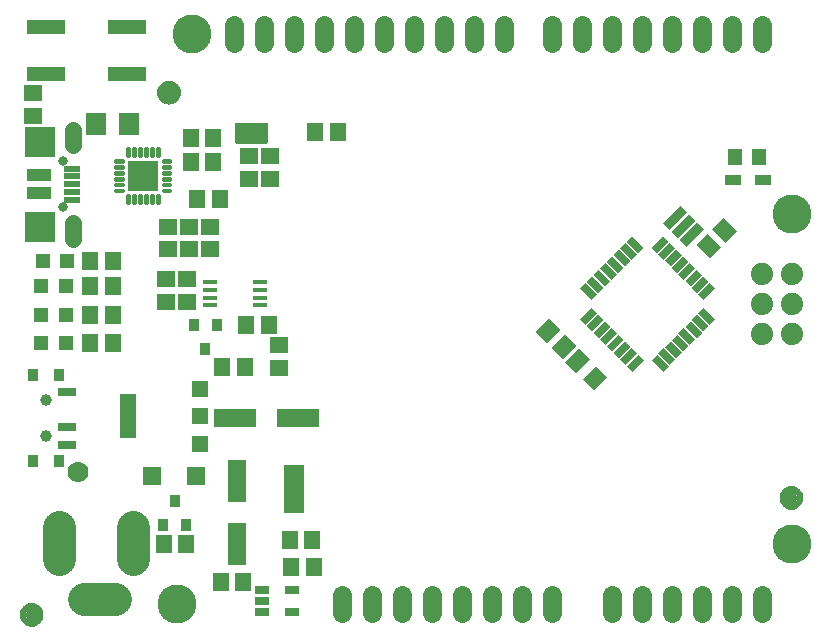
<source format=gbr>
G04 EAGLE Gerber RS-274X export*
G75*
%MOMM*%
%FSLAX34Y34*%
%LPD*%
%INSoldermask Top*%
%IPPOS*%
%AMOC8*
5,1,8,0,0,1.08239X$1,22.5*%
G01*
%ADD10C,3.301600*%
%ADD11R,1.371600X0.660400*%
%ADD12R,0.660400X1.371600*%
%ADD13C,1.879600*%
%ADD14C,1.609600*%
%ADD15R,1.341600X1.601600*%
%ADD16R,1.501600X3.657600*%
%ADD17R,3.657600X1.501600*%
%ADD18R,1.301600X1.301600*%
%ADD19R,1.501600X1.501600*%
%ADD20C,1.101600*%
%ADD21C,0.500000*%
%ADD22R,0.889000X0.990600*%
%ADD23R,1.601600X1.341600*%
%ADD24R,1.270000X1.701800*%
%ADD25R,0.736600X0.304800*%
%ADD26R,2.101600X0.801600*%
%ADD27R,1.451600X0.901600*%
%ADD28R,1.301600X1.601600*%
%ADD29R,1.401600X1.401600*%
%ADD30R,1.401600X3.701600*%
%ADD31C,0.801600*%
%ADD32R,2.514600X2.514600*%
%ADD33C,1.409600*%
%ADD34R,2.101600X1.101600*%
%ADD35R,1.450000X0.500000*%
%ADD36R,1.701600X1.901600*%
%ADD37R,3.301600X1.301600*%
%ADD38R,1.301600X1.401600*%
%ADD39R,1.778000X4.165600*%
%ADD40R,1.301600X0.401600*%
%ADD41C,1.778000*%
%ADD42C,0.240406*%
%ADD43R,2.601600X2.601600*%
%ADD44R,1.301600X0.651600*%
%ADD45C,2.801600*%
%ADD46R,0.901600X1.101600*%
%ADD47R,1.601600X0.801600*%
%ADD48C,1.001600*%

G36*
X216018Y415306D02*
X216018Y415306D01*
X216137Y415313D01*
X216175Y415326D01*
X216216Y415331D01*
X216326Y415374D01*
X216439Y415411D01*
X216474Y415433D01*
X216511Y415448D01*
X216607Y415518D01*
X216708Y415581D01*
X216736Y415611D01*
X216769Y415634D01*
X216845Y415726D01*
X216926Y415813D01*
X216946Y415848D01*
X216971Y415879D01*
X217022Y415987D01*
X217080Y416091D01*
X217090Y416131D01*
X217107Y416167D01*
X217129Y416284D01*
X217159Y416399D01*
X217163Y416460D01*
X217167Y416480D01*
X217165Y416500D01*
X217169Y416560D01*
X217169Y431800D01*
X217154Y431918D01*
X217147Y432037D01*
X217134Y432075D01*
X217129Y432116D01*
X217086Y432226D01*
X217049Y432339D01*
X217027Y432374D01*
X217012Y432411D01*
X216943Y432507D01*
X216879Y432608D01*
X216849Y432636D01*
X216826Y432669D01*
X216734Y432745D01*
X216647Y432826D01*
X216612Y432846D01*
X216581Y432871D01*
X216473Y432922D01*
X216369Y432980D01*
X216329Y432990D01*
X216293Y433007D01*
X216176Y433029D01*
X216061Y433059D01*
X216001Y433063D01*
X215981Y433067D01*
X215960Y433065D01*
X215900Y433069D01*
X190500Y433069D01*
X190382Y433054D01*
X190263Y433047D01*
X190225Y433034D01*
X190184Y433029D01*
X190074Y432986D01*
X189961Y432949D01*
X189926Y432927D01*
X189889Y432912D01*
X189793Y432843D01*
X189692Y432779D01*
X189664Y432749D01*
X189631Y432726D01*
X189556Y432634D01*
X189474Y432547D01*
X189454Y432512D01*
X189429Y432481D01*
X189378Y432373D01*
X189320Y432269D01*
X189310Y432229D01*
X189293Y432193D01*
X189271Y432076D01*
X189241Y431961D01*
X189237Y431901D01*
X189233Y431881D01*
X189234Y431874D01*
X189233Y431872D01*
X189234Y431856D01*
X189231Y431800D01*
X189231Y416560D01*
X189246Y416442D01*
X189253Y416323D01*
X189266Y416285D01*
X189271Y416244D01*
X189314Y416134D01*
X189351Y416021D01*
X189373Y415986D01*
X189388Y415949D01*
X189458Y415853D01*
X189521Y415752D01*
X189551Y415724D01*
X189574Y415691D01*
X189666Y415616D01*
X189753Y415534D01*
X189788Y415514D01*
X189819Y415489D01*
X189927Y415438D01*
X190031Y415380D01*
X190071Y415370D01*
X190107Y415353D01*
X190224Y415331D01*
X190339Y415301D01*
X190400Y415297D01*
X190420Y415293D01*
X190440Y415295D01*
X190500Y415291D01*
X215900Y415291D01*
X216018Y415306D01*
G37*
D10*
X660400Y355600D03*
X660400Y76200D03*
X152400Y508000D03*
X139700Y25400D03*
D11*
G36*
X581549Y287722D02*
X591247Y297420D01*
X595917Y292750D01*
X586219Y283052D01*
X581549Y287722D01*
G37*
G36*
X575893Y293379D02*
X585591Y303077D01*
X590261Y298407D01*
X580563Y288709D01*
X575893Y293379D01*
G37*
G36*
X570236Y299036D02*
X579934Y308734D01*
X584604Y304064D01*
X574906Y294366D01*
X570236Y299036D01*
G37*
G36*
X564579Y304693D02*
X574277Y314391D01*
X578947Y309721D01*
X569249Y300023D01*
X564579Y304693D01*
G37*
G36*
X558922Y310349D02*
X568620Y320047D01*
X573290Y315377D01*
X563592Y305679D01*
X558922Y310349D01*
G37*
G36*
X553265Y316006D02*
X562963Y325704D01*
X567633Y321034D01*
X557935Y311336D01*
X553265Y316006D01*
G37*
G36*
X547608Y321663D02*
X557306Y331361D01*
X561976Y326691D01*
X552278Y316993D01*
X547608Y321663D01*
G37*
G36*
X541951Y327320D02*
X551649Y337018D01*
X556319Y332348D01*
X546621Y322650D01*
X541951Y327320D01*
G37*
D12*
G36*
X520843Y332348D02*
X525513Y337018D01*
X535211Y327320D01*
X530541Y322650D01*
X520843Y332348D01*
G37*
G36*
X515186Y326691D02*
X519856Y331361D01*
X529554Y321663D01*
X524884Y316993D01*
X515186Y326691D01*
G37*
G36*
X509529Y321034D02*
X514199Y325704D01*
X523897Y316006D01*
X519227Y311336D01*
X509529Y321034D01*
G37*
G36*
X503872Y315377D02*
X508542Y320047D01*
X518240Y310349D01*
X513570Y305679D01*
X503872Y315377D01*
G37*
G36*
X498215Y309721D02*
X502885Y314391D01*
X512583Y304693D01*
X507913Y300023D01*
X498215Y309721D01*
G37*
G36*
X492559Y304064D02*
X497229Y308734D01*
X506927Y299036D01*
X502257Y294366D01*
X492559Y304064D01*
G37*
G36*
X486902Y298407D02*
X491572Y303077D01*
X501270Y293379D01*
X496600Y288709D01*
X486902Y298407D01*
G37*
G36*
X481245Y292750D02*
X485915Y297420D01*
X495613Y287722D01*
X490943Y283052D01*
X481245Y292750D01*
G37*
D11*
G36*
X481245Y266613D02*
X490943Y276311D01*
X495613Y271641D01*
X485915Y261943D01*
X481245Y266613D01*
G37*
G36*
X486902Y260957D02*
X496600Y270655D01*
X501270Y265985D01*
X491572Y256287D01*
X486902Y260957D01*
G37*
G36*
X492559Y255300D02*
X502257Y264998D01*
X506927Y260328D01*
X497229Y250630D01*
X492559Y255300D01*
G37*
G36*
X498215Y249643D02*
X507913Y259341D01*
X512583Y254671D01*
X502885Y244973D01*
X498215Y249643D01*
G37*
G36*
X503872Y243986D02*
X513570Y253684D01*
X518240Y249014D01*
X508542Y239316D01*
X503872Y243986D01*
G37*
G36*
X509529Y238329D02*
X519227Y248027D01*
X523897Y243357D01*
X514199Y233659D01*
X509529Y238329D01*
G37*
G36*
X515186Y232672D02*
X524884Y242370D01*
X529554Y237700D01*
X519856Y228002D01*
X515186Y232672D01*
G37*
G36*
X520843Y227015D02*
X530541Y236713D01*
X535211Y232043D01*
X525513Y222345D01*
X520843Y227015D01*
G37*
D12*
G36*
X541951Y232043D02*
X546621Y236713D01*
X556319Y227015D01*
X551649Y222345D01*
X541951Y232043D01*
G37*
G36*
X547608Y237700D02*
X552278Y242370D01*
X561976Y232672D01*
X557306Y228002D01*
X547608Y237700D01*
G37*
G36*
X553265Y243357D02*
X557935Y248027D01*
X567633Y238329D01*
X562963Y233659D01*
X553265Y243357D01*
G37*
G36*
X558922Y249014D02*
X563592Y253684D01*
X573290Y243986D01*
X568620Y239316D01*
X558922Y249014D01*
G37*
G36*
X564579Y254671D02*
X569249Y259341D01*
X578947Y249643D01*
X574277Y244973D01*
X564579Y254671D01*
G37*
G36*
X570236Y260328D02*
X574906Y264998D01*
X584604Y255300D01*
X579934Y250630D01*
X570236Y260328D01*
G37*
G36*
X575893Y265985D02*
X580563Y270655D01*
X590261Y260957D01*
X585591Y256287D01*
X575893Y265985D01*
G37*
G36*
X581549Y271641D02*
X586219Y276311D01*
X595917Y266613D01*
X591247Y261943D01*
X581549Y271641D01*
G37*
D13*
X660400Y304800D03*
X660400Y279400D03*
X660400Y254000D03*
X635000Y304800D03*
X635000Y279400D03*
X635000Y254000D03*
D14*
X508000Y32940D02*
X508000Y17860D01*
X533400Y17860D02*
X533400Y32940D01*
X558800Y32940D02*
X558800Y17860D01*
X584200Y17860D02*
X584200Y32940D01*
X609600Y32940D02*
X609600Y17860D01*
X635000Y17860D02*
X635000Y32940D01*
D15*
X177190Y44450D03*
X196190Y44450D03*
D16*
X190754Y76330D03*
X190754Y129410D03*
D17*
X242440Y182626D03*
X189360Y182626D03*
D18*
X46060Y246380D03*
X25060Y246380D03*
D19*
X155914Y133858D03*
X118914Y133858D03*
D20*
X133350Y458470D03*
D21*
X133350Y465970D02*
X133169Y465968D01*
X132988Y465961D01*
X132807Y465950D01*
X132626Y465935D01*
X132446Y465915D01*
X132266Y465891D01*
X132087Y465863D01*
X131909Y465830D01*
X131732Y465793D01*
X131555Y465752D01*
X131380Y465707D01*
X131205Y465657D01*
X131032Y465603D01*
X130861Y465545D01*
X130690Y465483D01*
X130522Y465416D01*
X130355Y465346D01*
X130189Y465272D01*
X130026Y465193D01*
X129865Y465111D01*
X129705Y465025D01*
X129548Y464935D01*
X129393Y464841D01*
X129240Y464744D01*
X129090Y464642D01*
X128942Y464538D01*
X128796Y464429D01*
X128654Y464318D01*
X128514Y464202D01*
X128377Y464084D01*
X128242Y463962D01*
X128111Y463837D01*
X127983Y463709D01*
X127858Y463578D01*
X127736Y463443D01*
X127618Y463306D01*
X127502Y463166D01*
X127391Y463024D01*
X127282Y462878D01*
X127178Y462730D01*
X127076Y462580D01*
X126979Y462427D01*
X126885Y462272D01*
X126795Y462115D01*
X126709Y461955D01*
X126627Y461794D01*
X126548Y461631D01*
X126474Y461465D01*
X126404Y461298D01*
X126337Y461130D01*
X126275Y460959D01*
X126217Y460788D01*
X126163Y460615D01*
X126113Y460440D01*
X126068Y460265D01*
X126027Y460088D01*
X125990Y459911D01*
X125957Y459733D01*
X125929Y459554D01*
X125905Y459374D01*
X125885Y459194D01*
X125870Y459013D01*
X125859Y458832D01*
X125852Y458651D01*
X125850Y458470D01*
X133350Y465970D02*
X133531Y465968D01*
X133712Y465961D01*
X133893Y465950D01*
X134074Y465935D01*
X134254Y465915D01*
X134434Y465891D01*
X134613Y465863D01*
X134791Y465830D01*
X134968Y465793D01*
X135145Y465752D01*
X135320Y465707D01*
X135495Y465657D01*
X135668Y465603D01*
X135839Y465545D01*
X136010Y465483D01*
X136178Y465416D01*
X136345Y465346D01*
X136511Y465272D01*
X136674Y465193D01*
X136835Y465111D01*
X136995Y465025D01*
X137152Y464935D01*
X137307Y464841D01*
X137460Y464744D01*
X137610Y464642D01*
X137758Y464538D01*
X137904Y464429D01*
X138046Y464318D01*
X138186Y464202D01*
X138323Y464084D01*
X138458Y463962D01*
X138589Y463837D01*
X138717Y463709D01*
X138842Y463578D01*
X138964Y463443D01*
X139082Y463306D01*
X139198Y463166D01*
X139309Y463024D01*
X139418Y462878D01*
X139522Y462730D01*
X139624Y462580D01*
X139721Y462427D01*
X139815Y462272D01*
X139905Y462115D01*
X139991Y461955D01*
X140073Y461794D01*
X140152Y461631D01*
X140226Y461465D01*
X140296Y461298D01*
X140363Y461130D01*
X140425Y460959D01*
X140483Y460788D01*
X140537Y460615D01*
X140587Y460440D01*
X140632Y460265D01*
X140673Y460088D01*
X140710Y459911D01*
X140743Y459733D01*
X140771Y459554D01*
X140795Y459374D01*
X140815Y459194D01*
X140830Y459013D01*
X140841Y458832D01*
X140848Y458651D01*
X140850Y458470D01*
X140848Y458289D01*
X140841Y458108D01*
X140830Y457927D01*
X140815Y457746D01*
X140795Y457566D01*
X140771Y457386D01*
X140743Y457207D01*
X140710Y457029D01*
X140673Y456852D01*
X140632Y456675D01*
X140587Y456500D01*
X140537Y456325D01*
X140483Y456152D01*
X140425Y455981D01*
X140363Y455810D01*
X140296Y455642D01*
X140226Y455475D01*
X140152Y455309D01*
X140073Y455146D01*
X139991Y454985D01*
X139905Y454825D01*
X139815Y454668D01*
X139721Y454513D01*
X139624Y454360D01*
X139522Y454210D01*
X139418Y454062D01*
X139309Y453916D01*
X139198Y453774D01*
X139082Y453634D01*
X138964Y453497D01*
X138842Y453362D01*
X138717Y453231D01*
X138589Y453103D01*
X138458Y452978D01*
X138323Y452856D01*
X138186Y452738D01*
X138046Y452622D01*
X137904Y452511D01*
X137758Y452402D01*
X137610Y452298D01*
X137460Y452196D01*
X137307Y452099D01*
X137152Y452005D01*
X136995Y451915D01*
X136835Y451829D01*
X136674Y451747D01*
X136511Y451668D01*
X136345Y451594D01*
X136178Y451524D01*
X136010Y451457D01*
X135839Y451395D01*
X135668Y451337D01*
X135495Y451283D01*
X135320Y451233D01*
X135145Y451188D01*
X134968Y451147D01*
X134791Y451110D01*
X134613Y451077D01*
X134434Y451049D01*
X134254Y451025D01*
X134074Y451005D01*
X133893Y450990D01*
X133712Y450979D01*
X133531Y450972D01*
X133350Y450970D01*
X133169Y450972D01*
X132988Y450979D01*
X132807Y450990D01*
X132626Y451005D01*
X132446Y451025D01*
X132266Y451049D01*
X132087Y451077D01*
X131909Y451110D01*
X131732Y451147D01*
X131555Y451188D01*
X131380Y451233D01*
X131205Y451283D01*
X131032Y451337D01*
X130861Y451395D01*
X130690Y451457D01*
X130522Y451524D01*
X130355Y451594D01*
X130189Y451668D01*
X130026Y451747D01*
X129865Y451829D01*
X129705Y451915D01*
X129548Y452005D01*
X129393Y452099D01*
X129240Y452196D01*
X129090Y452298D01*
X128942Y452402D01*
X128796Y452511D01*
X128654Y452622D01*
X128514Y452738D01*
X128377Y452856D01*
X128242Y452978D01*
X128111Y453103D01*
X127983Y453231D01*
X127858Y453362D01*
X127736Y453497D01*
X127618Y453634D01*
X127502Y453774D01*
X127391Y453916D01*
X127282Y454062D01*
X127178Y454210D01*
X127076Y454360D01*
X126979Y454513D01*
X126885Y454668D01*
X126795Y454825D01*
X126709Y454985D01*
X126627Y455146D01*
X126548Y455309D01*
X126474Y455475D01*
X126404Y455642D01*
X126337Y455810D01*
X126275Y455981D01*
X126217Y456152D01*
X126163Y456325D01*
X126113Y456500D01*
X126068Y456675D01*
X126027Y456852D01*
X125990Y457029D01*
X125957Y457207D01*
X125929Y457386D01*
X125905Y457566D01*
X125885Y457746D01*
X125870Y457927D01*
X125859Y458108D01*
X125852Y458289D01*
X125850Y458470D01*
D20*
X660320Y115340D03*
D21*
X660320Y122840D02*
X660139Y122838D01*
X659958Y122831D01*
X659777Y122820D01*
X659596Y122805D01*
X659416Y122785D01*
X659236Y122761D01*
X659057Y122733D01*
X658879Y122700D01*
X658702Y122663D01*
X658525Y122622D01*
X658350Y122577D01*
X658175Y122527D01*
X658002Y122473D01*
X657831Y122415D01*
X657660Y122353D01*
X657492Y122286D01*
X657325Y122216D01*
X657159Y122142D01*
X656996Y122063D01*
X656835Y121981D01*
X656675Y121895D01*
X656518Y121805D01*
X656363Y121711D01*
X656210Y121614D01*
X656060Y121512D01*
X655912Y121408D01*
X655766Y121299D01*
X655624Y121188D01*
X655484Y121072D01*
X655347Y120954D01*
X655212Y120832D01*
X655081Y120707D01*
X654953Y120579D01*
X654828Y120448D01*
X654706Y120313D01*
X654588Y120176D01*
X654472Y120036D01*
X654361Y119894D01*
X654252Y119748D01*
X654148Y119600D01*
X654046Y119450D01*
X653949Y119297D01*
X653855Y119142D01*
X653765Y118985D01*
X653679Y118825D01*
X653597Y118664D01*
X653518Y118501D01*
X653444Y118335D01*
X653374Y118168D01*
X653307Y118000D01*
X653245Y117829D01*
X653187Y117658D01*
X653133Y117485D01*
X653083Y117310D01*
X653038Y117135D01*
X652997Y116958D01*
X652960Y116781D01*
X652927Y116603D01*
X652899Y116424D01*
X652875Y116244D01*
X652855Y116064D01*
X652840Y115883D01*
X652829Y115702D01*
X652822Y115521D01*
X652820Y115340D01*
X660320Y122840D02*
X660501Y122838D01*
X660682Y122831D01*
X660863Y122820D01*
X661044Y122805D01*
X661224Y122785D01*
X661404Y122761D01*
X661583Y122733D01*
X661761Y122700D01*
X661938Y122663D01*
X662115Y122622D01*
X662290Y122577D01*
X662465Y122527D01*
X662638Y122473D01*
X662809Y122415D01*
X662980Y122353D01*
X663148Y122286D01*
X663315Y122216D01*
X663481Y122142D01*
X663644Y122063D01*
X663805Y121981D01*
X663965Y121895D01*
X664122Y121805D01*
X664277Y121711D01*
X664430Y121614D01*
X664580Y121512D01*
X664728Y121408D01*
X664874Y121299D01*
X665016Y121188D01*
X665156Y121072D01*
X665293Y120954D01*
X665428Y120832D01*
X665559Y120707D01*
X665687Y120579D01*
X665812Y120448D01*
X665934Y120313D01*
X666052Y120176D01*
X666168Y120036D01*
X666279Y119894D01*
X666388Y119748D01*
X666492Y119600D01*
X666594Y119450D01*
X666691Y119297D01*
X666785Y119142D01*
X666875Y118985D01*
X666961Y118825D01*
X667043Y118664D01*
X667122Y118501D01*
X667196Y118335D01*
X667266Y118168D01*
X667333Y118000D01*
X667395Y117829D01*
X667453Y117658D01*
X667507Y117485D01*
X667557Y117310D01*
X667602Y117135D01*
X667643Y116958D01*
X667680Y116781D01*
X667713Y116603D01*
X667741Y116424D01*
X667765Y116244D01*
X667785Y116064D01*
X667800Y115883D01*
X667811Y115702D01*
X667818Y115521D01*
X667820Y115340D01*
X667818Y115159D01*
X667811Y114978D01*
X667800Y114797D01*
X667785Y114616D01*
X667765Y114436D01*
X667741Y114256D01*
X667713Y114077D01*
X667680Y113899D01*
X667643Y113722D01*
X667602Y113545D01*
X667557Y113370D01*
X667507Y113195D01*
X667453Y113022D01*
X667395Y112851D01*
X667333Y112680D01*
X667266Y112512D01*
X667196Y112345D01*
X667122Y112179D01*
X667043Y112016D01*
X666961Y111855D01*
X666875Y111695D01*
X666785Y111538D01*
X666691Y111383D01*
X666594Y111230D01*
X666492Y111080D01*
X666388Y110932D01*
X666279Y110786D01*
X666168Y110644D01*
X666052Y110504D01*
X665934Y110367D01*
X665812Y110232D01*
X665687Y110101D01*
X665559Y109973D01*
X665428Y109848D01*
X665293Y109726D01*
X665156Y109608D01*
X665016Y109492D01*
X664874Y109381D01*
X664728Y109272D01*
X664580Y109168D01*
X664430Y109066D01*
X664277Y108969D01*
X664122Y108875D01*
X663965Y108785D01*
X663805Y108699D01*
X663644Y108617D01*
X663481Y108538D01*
X663315Y108464D01*
X663148Y108394D01*
X662980Y108327D01*
X662809Y108265D01*
X662638Y108207D01*
X662465Y108153D01*
X662290Y108103D01*
X662115Y108058D01*
X661938Y108017D01*
X661761Y107980D01*
X661583Y107947D01*
X661404Y107919D01*
X661224Y107895D01*
X661044Y107875D01*
X660863Y107860D01*
X660682Y107849D01*
X660501Y107842D01*
X660320Y107840D01*
X660139Y107842D01*
X659958Y107849D01*
X659777Y107860D01*
X659596Y107875D01*
X659416Y107895D01*
X659236Y107919D01*
X659057Y107947D01*
X658879Y107980D01*
X658702Y108017D01*
X658525Y108058D01*
X658350Y108103D01*
X658175Y108153D01*
X658002Y108207D01*
X657831Y108265D01*
X657660Y108327D01*
X657492Y108394D01*
X657325Y108464D01*
X657159Y108538D01*
X656996Y108617D01*
X656835Y108699D01*
X656675Y108785D01*
X656518Y108875D01*
X656363Y108969D01*
X656210Y109066D01*
X656060Y109168D01*
X655912Y109272D01*
X655766Y109381D01*
X655624Y109492D01*
X655484Y109608D01*
X655347Y109726D01*
X655212Y109848D01*
X655081Y109973D01*
X654953Y110101D01*
X654828Y110232D01*
X654706Y110367D01*
X654588Y110504D01*
X654472Y110644D01*
X654361Y110786D01*
X654252Y110932D01*
X654148Y111080D01*
X654046Y111230D01*
X653949Y111383D01*
X653855Y111538D01*
X653765Y111695D01*
X653679Y111855D01*
X653597Y112016D01*
X653518Y112179D01*
X653444Y112345D01*
X653374Y112512D01*
X653307Y112680D01*
X653245Y112851D01*
X653187Y113022D01*
X653133Y113195D01*
X653083Y113370D01*
X653038Y113545D01*
X652997Y113722D01*
X652960Y113899D01*
X652927Y114077D01*
X652899Y114256D01*
X652875Y114436D01*
X652855Y114616D01*
X652840Y114797D01*
X652829Y114978D01*
X652822Y115159D01*
X652820Y115340D01*
D20*
X16980Y16320D03*
D21*
X16980Y23820D02*
X16799Y23818D01*
X16618Y23811D01*
X16437Y23800D01*
X16256Y23785D01*
X16076Y23765D01*
X15896Y23741D01*
X15717Y23713D01*
X15539Y23680D01*
X15362Y23643D01*
X15185Y23602D01*
X15010Y23557D01*
X14835Y23507D01*
X14662Y23453D01*
X14491Y23395D01*
X14320Y23333D01*
X14152Y23266D01*
X13985Y23196D01*
X13819Y23122D01*
X13656Y23043D01*
X13495Y22961D01*
X13335Y22875D01*
X13178Y22785D01*
X13023Y22691D01*
X12870Y22594D01*
X12720Y22492D01*
X12572Y22388D01*
X12426Y22279D01*
X12284Y22168D01*
X12144Y22052D01*
X12007Y21934D01*
X11872Y21812D01*
X11741Y21687D01*
X11613Y21559D01*
X11488Y21428D01*
X11366Y21293D01*
X11248Y21156D01*
X11132Y21016D01*
X11021Y20874D01*
X10912Y20728D01*
X10808Y20580D01*
X10706Y20430D01*
X10609Y20277D01*
X10515Y20122D01*
X10425Y19965D01*
X10339Y19805D01*
X10257Y19644D01*
X10178Y19481D01*
X10104Y19315D01*
X10034Y19148D01*
X9967Y18980D01*
X9905Y18809D01*
X9847Y18638D01*
X9793Y18465D01*
X9743Y18290D01*
X9698Y18115D01*
X9657Y17938D01*
X9620Y17761D01*
X9587Y17583D01*
X9559Y17404D01*
X9535Y17224D01*
X9515Y17044D01*
X9500Y16863D01*
X9489Y16682D01*
X9482Y16501D01*
X9480Y16320D01*
X16980Y23820D02*
X17161Y23818D01*
X17342Y23811D01*
X17523Y23800D01*
X17704Y23785D01*
X17884Y23765D01*
X18064Y23741D01*
X18243Y23713D01*
X18421Y23680D01*
X18598Y23643D01*
X18775Y23602D01*
X18950Y23557D01*
X19125Y23507D01*
X19298Y23453D01*
X19469Y23395D01*
X19640Y23333D01*
X19808Y23266D01*
X19975Y23196D01*
X20141Y23122D01*
X20304Y23043D01*
X20465Y22961D01*
X20625Y22875D01*
X20782Y22785D01*
X20937Y22691D01*
X21090Y22594D01*
X21240Y22492D01*
X21388Y22388D01*
X21534Y22279D01*
X21676Y22168D01*
X21816Y22052D01*
X21953Y21934D01*
X22088Y21812D01*
X22219Y21687D01*
X22347Y21559D01*
X22472Y21428D01*
X22594Y21293D01*
X22712Y21156D01*
X22828Y21016D01*
X22939Y20874D01*
X23048Y20728D01*
X23152Y20580D01*
X23254Y20430D01*
X23351Y20277D01*
X23445Y20122D01*
X23535Y19965D01*
X23621Y19805D01*
X23703Y19644D01*
X23782Y19481D01*
X23856Y19315D01*
X23926Y19148D01*
X23993Y18980D01*
X24055Y18809D01*
X24113Y18638D01*
X24167Y18465D01*
X24217Y18290D01*
X24262Y18115D01*
X24303Y17938D01*
X24340Y17761D01*
X24373Y17583D01*
X24401Y17404D01*
X24425Y17224D01*
X24445Y17044D01*
X24460Y16863D01*
X24471Y16682D01*
X24478Y16501D01*
X24480Y16320D01*
X24478Y16139D01*
X24471Y15958D01*
X24460Y15777D01*
X24445Y15596D01*
X24425Y15416D01*
X24401Y15236D01*
X24373Y15057D01*
X24340Y14879D01*
X24303Y14702D01*
X24262Y14525D01*
X24217Y14350D01*
X24167Y14175D01*
X24113Y14002D01*
X24055Y13831D01*
X23993Y13660D01*
X23926Y13492D01*
X23856Y13325D01*
X23782Y13159D01*
X23703Y12996D01*
X23621Y12835D01*
X23535Y12675D01*
X23445Y12518D01*
X23351Y12363D01*
X23254Y12210D01*
X23152Y12060D01*
X23048Y11912D01*
X22939Y11766D01*
X22828Y11624D01*
X22712Y11484D01*
X22594Y11347D01*
X22472Y11212D01*
X22347Y11081D01*
X22219Y10953D01*
X22088Y10828D01*
X21953Y10706D01*
X21816Y10588D01*
X21676Y10472D01*
X21534Y10361D01*
X21388Y10252D01*
X21240Y10148D01*
X21090Y10046D01*
X20937Y9949D01*
X20782Y9855D01*
X20625Y9765D01*
X20465Y9679D01*
X20304Y9597D01*
X20141Y9518D01*
X19975Y9444D01*
X19808Y9374D01*
X19640Y9307D01*
X19469Y9245D01*
X19298Y9187D01*
X19125Y9133D01*
X18950Y9083D01*
X18775Y9038D01*
X18598Y8997D01*
X18421Y8960D01*
X18243Y8927D01*
X18064Y8899D01*
X17884Y8875D01*
X17704Y8855D01*
X17523Y8840D01*
X17342Y8829D01*
X17161Y8822D01*
X16980Y8820D01*
X16799Y8822D01*
X16618Y8829D01*
X16437Y8840D01*
X16256Y8855D01*
X16076Y8875D01*
X15896Y8899D01*
X15717Y8927D01*
X15539Y8960D01*
X15362Y8997D01*
X15185Y9038D01*
X15010Y9083D01*
X14835Y9133D01*
X14662Y9187D01*
X14491Y9245D01*
X14320Y9307D01*
X14152Y9374D01*
X13985Y9444D01*
X13819Y9518D01*
X13656Y9597D01*
X13495Y9679D01*
X13335Y9765D01*
X13178Y9855D01*
X13023Y9949D01*
X12870Y10046D01*
X12720Y10148D01*
X12572Y10252D01*
X12426Y10361D01*
X12284Y10472D01*
X12144Y10588D01*
X12007Y10706D01*
X11872Y10828D01*
X11741Y10953D01*
X11613Y11081D01*
X11488Y11212D01*
X11366Y11347D01*
X11248Y11484D01*
X11132Y11624D01*
X11021Y11766D01*
X10912Y11912D01*
X10808Y12060D01*
X10706Y12210D01*
X10609Y12363D01*
X10515Y12518D01*
X10425Y12675D01*
X10339Y12835D01*
X10257Y12996D01*
X10178Y13159D01*
X10104Y13325D01*
X10034Y13492D01*
X9967Y13660D01*
X9905Y13831D01*
X9847Y14002D01*
X9793Y14175D01*
X9743Y14350D01*
X9698Y14525D01*
X9657Y14702D01*
X9620Y14879D01*
X9587Y15057D01*
X9559Y15236D01*
X9535Y15416D01*
X9515Y15596D01*
X9500Y15777D01*
X9489Y15958D01*
X9482Y16139D01*
X9480Y16320D01*
D15*
X276200Y425450D03*
X257200Y425450D03*
D18*
X26330Y316230D03*
X47330Y316230D03*
D22*
X173736Y261620D03*
X154432Y261620D03*
X164084Y241300D03*
D23*
X200660Y385470D03*
X200660Y404470D03*
D24*
X195580Y424180D03*
X210820Y424180D03*
D25*
X203200Y424180D03*
D15*
G36*
X593213Y342917D02*
X602699Y352403D01*
X614023Y341079D01*
X604537Y331593D01*
X593213Y342917D01*
G37*
G36*
X579777Y329481D02*
X589263Y338967D01*
X600587Y327643D01*
X591101Y318157D01*
X579777Y329481D01*
G37*
X255880Y57150D03*
X236880Y57150D03*
D26*
G36*
X572153Y357107D02*
X557293Y342247D01*
X551625Y347915D01*
X566485Y362775D01*
X572153Y357107D01*
G37*
G36*
X579224Y350036D02*
X564364Y335176D01*
X558696Y340844D01*
X573556Y355704D01*
X579224Y350036D01*
G37*
G36*
X586295Y342965D02*
X571435Y328105D01*
X565767Y333773D01*
X580627Y348633D01*
X586295Y342965D01*
G37*
D27*
X636270Y384810D03*
X610870Y384810D03*
D28*
G36*
X495112Y227194D02*
X504316Y217990D01*
X492992Y206666D01*
X483788Y215870D01*
X495112Y227194D01*
G37*
G36*
X480263Y242043D02*
X489467Y232839D01*
X478143Y221515D01*
X468939Y230719D01*
X480263Y242043D01*
G37*
D29*
X159278Y161404D03*
X159278Y184404D03*
X159278Y207404D03*
D30*
X98278Y184404D03*
D15*
X178460Y226060D03*
X197460Y226060D03*
X235610Y80010D03*
X254610Y80010D03*
D22*
X128524Y92710D03*
X147828Y92710D03*
X138176Y113030D03*
D15*
X128930Y76200D03*
X147930Y76200D03*
D31*
X43180Y400500D03*
X43180Y361500D03*
D32*
X24180Y345000D03*
X24180Y417000D03*
D33*
X52180Y414000D02*
X52180Y427080D01*
X52180Y348000D02*
X52180Y334920D01*
D34*
X23180Y388500D03*
X23180Y373500D03*
D35*
X50930Y394000D03*
X50930Y387500D03*
X50930Y381000D03*
X50930Y374500D03*
X50930Y368000D03*
D18*
X46060Y270510D03*
X25060Y270510D03*
D15*
X66700Y270510D03*
X85700Y270510D03*
D18*
X46060Y294640D03*
X25060Y294640D03*
D15*
X66700Y294640D03*
X85700Y294640D03*
D23*
X167640Y344780D03*
X167640Y325780D03*
D36*
X71090Y431800D03*
X99090Y431800D03*
D23*
X132080Y344780D03*
X132080Y325780D03*
X149860Y344780D03*
X149860Y325780D03*
D15*
X85700Y246380D03*
X66700Y246380D03*
D37*
X97500Y474030D03*
X29500Y474030D03*
X29500Y514030D03*
X97500Y514030D03*
D38*
X612140Y403860D03*
X632460Y403860D03*
D15*
X66700Y316230D03*
X85700Y316230D03*
D14*
X187960Y500460D02*
X187960Y515540D01*
X213360Y515540D02*
X213360Y500460D01*
X238760Y500460D02*
X238760Y515540D01*
X264160Y515540D02*
X264160Y500460D01*
X289560Y500460D02*
X289560Y515540D01*
X314960Y515540D02*
X314960Y500460D01*
X340360Y500460D02*
X340360Y515540D01*
X365760Y515540D02*
X365760Y500460D01*
X391160Y500460D02*
X391160Y515540D01*
X416560Y515540D02*
X416560Y500460D01*
X457200Y500460D02*
X457200Y515540D01*
X482600Y515540D02*
X482600Y500460D01*
X508000Y500460D02*
X508000Y515540D01*
X533400Y515540D02*
X533400Y500460D01*
X558800Y500460D02*
X558800Y515540D01*
X584200Y515540D02*
X584200Y500460D01*
X609600Y500460D02*
X609600Y515540D01*
X635000Y515540D02*
X635000Y500460D01*
X279400Y32940D02*
X279400Y17860D01*
X304800Y17860D02*
X304800Y32940D01*
X330200Y32940D02*
X330200Y17860D01*
X355600Y17860D02*
X355600Y32940D01*
X381000Y32940D02*
X381000Y17860D01*
X406400Y17860D02*
X406400Y32940D01*
X431800Y32940D02*
X431800Y17860D01*
X457200Y17860D02*
X457200Y32940D01*
D23*
X218440Y404470D03*
X218440Y385470D03*
D15*
X170790Y420370D03*
X151790Y420370D03*
X170790Y400050D03*
X151790Y400050D03*
D23*
X226060Y244450D03*
X226060Y225450D03*
D15*
X198780Y261620D03*
X217780Y261620D03*
D39*
X238760Y123190D03*
D15*
G36*
X453373Y246503D02*
X443887Y255989D01*
X455211Y267313D01*
X464697Y257827D01*
X453373Y246503D01*
G37*
G36*
X466809Y233067D02*
X457323Y242553D01*
X468647Y253877D01*
X478133Y244391D01*
X466809Y233067D01*
G37*
D23*
X17780Y457810D03*
X17780Y438810D03*
D40*
X168110Y278530D03*
X168110Y285030D03*
X168110Y291530D03*
X168110Y298030D03*
X210360Y298030D03*
X210360Y291530D03*
X210360Y285030D03*
X210360Y278530D03*
D23*
X130810Y300330D03*
X130810Y281330D03*
X148590Y281330D03*
X148590Y300330D03*
D41*
X55880Y137160D03*
D42*
X87946Y401318D02*
X94558Y401318D01*
X94558Y399906D01*
X87946Y399906D01*
X87946Y401318D01*
X87946Y396318D02*
X94558Y396318D01*
X94558Y394906D01*
X87946Y394906D01*
X87946Y396318D01*
X87946Y391318D02*
X94558Y391318D01*
X94558Y389906D01*
X87946Y389906D01*
X87946Y391318D01*
X87946Y386318D02*
X94558Y386318D01*
X94558Y384906D01*
X87946Y384906D01*
X87946Y386318D01*
X87946Y381318D02*
X94558Y381318D01*
X94558Y379906D01*
X87946Y379906D01*
X87946Y381318D01*
X87946Y376318D02*
X94558Y376318D01*
X94558Y374906D01*
X87946Y374906D01*
X87946Y376318D01*
X99458Y371418D02*
X99458Y364806D01*
X98046Y364806D01*
X98046Y371418D01*
X99458Y371418D01*
X99458Y367090D02*
X98046Y367090D01*
X98046Y369374D02*
X99458Y369374D01*
X104458Y371418D02*
X104458Y364806D01*
X103046Y364806D01*
X103046Y371418D01*
X104458Y371418D01*
X104458Y367090D02*
X103046Y367090D01*
X103046Y369374D02*
X104458Y369374D01*
X109458Y371418D02*
X109458Y364806D01*
X108046Y364806D01*
X108046Y371418D01*
X109458Y371418D01*
X109458Y367090D02*
X108046Y367090D01*
X108046Y369374D02*
X109458Y369374D01*
X114458Y371418D02*
X114458Y364806D01*
X113046Y364806D01*
X113046Y371418D01*
X114458Y371418D01*
X114458Y367090D02*
X113046Y367090D01*
X113046Y369374D02*
X114458Y369374D01*
X119458Y371418D02*
X119458Y364806D01*
X118046Y364806D01*
X118046Y371418D01*
X119458Y371418D01*
X119458Y367090D02*
X118046Y367090D01*
X118046Y369374D02*
X119458Y369374D01*
X124458Y371418D02*
X124458Y364806D01*
X123046Y364806D01*
X123046Y371418D01*
X124458Y371418D01*
X124458Y367090D02*
X123046Y367090D01*
X123046Y369374D02*
X124458Y369374D01*
X127946Y374906D02*
X134558Y374906D01*
X127946Y374906D02*
X127946Y376318D01*
X134558Y376318D01*
X134558Y374906D01*
X134558Y379906D02*
X127946Y379906D01*
X127946Y381318D01*
X134558Y381318D01*
X134558Y379906D01*
X134558Y384906D02*
X127946Y384906D01*
X127946Y386318D01*
X134558Y386318D01*
X134558Y384906D01*
X134558Y389906D02*
X127946Y389906D01*
X127946Y391318D01*
X134558Y391318D01*
X134558Y389906D01*
X134558Y394906D02*
X127946Y394906D01*
X127946Y396318D01*
X134558Y396318D01*
X134558Y394906D01*
X134558Y399906D02*
X127946Y399906D01*
X127946Y401318D01*
X134558Y401318D01*
X134558Y399906D01*
X123046Y404806D02*
X123046Y411418D01*
X124458Y411418D01*
X124458Y404806D01*
X123046Y404806D01*
X123046Y407090D02*
X124458Y407090D01*
X124458Y409374D02*
X123046Y409374D01*
X118046Y411418D02*
X118046Y404806D01*
X118046Y411418D02*
X119458Y411418D01*
X119458Y404806D01*
X118046Y404806D01*
X118046Y407090D02*
X119458Y407090D01*
X119458Y409374D02*
X118046Y409374D01*
X113046Y411418D02*
X113046Y404806D01*
X113046Y411418D02*
X114458Y411418D01*
X114458Y404806D01*
X113046Y404806D01*
X113046Y407090D02*
X114458Y407090D01*
X114458Y409374D02*
X113046Y409374D01*
X108046Y411418D02*
X108046Y404806D01*
X108046Y411418D02*
X109458Y411418D01*
X109458Y404806D01*
X108046Y404806D01*
X108046Y407090D02*
X109458Y407090D01*
X109458Y409374D02*
X108046Y409374D01*
X103046Y411418D02*
X103046Y404806D01*
X103046Y411418D02*
X104458Y411418D01*
X104458Y404806D01*
X103046Y404806D01*
X103046Y407090D02*
X104458Y407090D01*
X104458Y409374D02*
X103046Y409374D01*
X98046Y411418D02*
X98046Y404806D01*
X98046Y411418D02*
X99458Y411418D01*
X99458Y404806D01*
X98046Y404806D01*
X98046Y407090D02*
X99458Y407090D01*
X99458Y409374D02*
X98046Y409374D01*
D43*
X111252Y388112D03*
D15*
X157124Y368808D03*
X176124Y368808D03*
D44*
X211789Y37440D03*
X211789Y27940D03*
X211789Y18440D03*
X237791Y18440D03*
X237791Y37440D03*
D45*
X102980Y63970D02*
X102980Y90970D01*
X40480Y90970D02*
X40480Y63970D01*
X60980Y29470D02*
X87980Y29470D01*
D46*
X18210Y219380D03*
X40210Y219380D03*
X40210Y146380D03*
X18210Y146380D03*
D47*
X46710Y160380D03*
X46710Y175380D03*
X46710Y205380D03*
D48*
X29210Y197880D03*
X29210Y167880D03*
M02*

</source>
